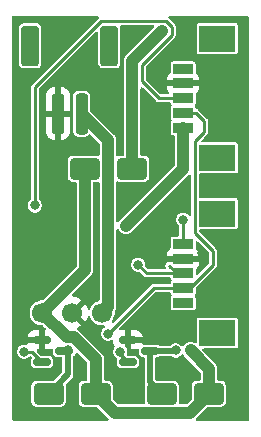
<source format=gbr>
%TF.GenerationSoftware,KiCad,Pcbnew,9.0.1*%
%TF.CreationDate,2025-06-09T01:02:34-04:00*%
%TF.ProjectId,Pneumatactors_1Xiao_PiezoPumps_2Valves,506e6575-6d61-4746-9163-746f72735f31,rev?*%
%TF.SameCoordinates,Original*%
%TF.FileFunction,Copper,L2,Bot*%
%TF.FilePolarity,Positive*%
%FSLAX46Y46*%
G04 Gerber Fmt 4.6, Leading zero omitted, Abs format (unit mm)*
G04 Created by KiCad (PCBNEW 9.0.1) date 2025-06-09 01:02:34*
%MOMM*%
%LPD*%
G01*
G04 APERTURE LIST*
G04 Aperture macros list*
%AMRoundRect*
0 Rectangle with rounded corners*
0 $1 Rounding radius*
0 $2 $3 $4 $5 $6 $7 $8 $9 X,Y pos of 4 corners*
0 Add a 4 corners polygon primitive as box body*
4,1,4,$2,$3,$4,$5,$6,$7,$8,$9,$2,$3,0*
0 Add four circle primitives for the rounded corners*
1,1,$1+$1,$2,$3*
1,1,$1+$1,$4,$5*
1,1,$1+$1,$6,$7*
1,1,$1+$1,$8,$9*
0 Add four rect primitives between the rounded corners*
20,1,$1+$1,$2,$3,$4,$5,0*
20,1,$1+$1,$4,$5,$6,$7,0*
20,1,$1+$1,$6,$7,$8,$9,0*
20,1,$1+$1,$8,$9,$2,$3,0*%
G04 Aperture macros list end*
%TA.AperFunction,SMDPad,CuDef*%
%ADD10RoundRect,0.250000X1.000000X0.650000X-1.000000X0.650000X-1.000000X-0.650000X1.000000X-0.650000X0*%
%TD*%
%TA.AperFunction,SMDPad,CuDef*%
%ADD11RoundRect,0.250000X-0.250000X-1.500000X0.250000X-1.500000X0.250000X1.500000X-0.250000X1.500000X0*%
%TD*%
%TA.AperFunction,SMDPad,CuDef*%
%ADD12RoundRect,0.250001X-0.499999X-1.449999X0.499999X-1.449999X0.499999X1.449999X-0.499999X1.449999X0*%
%TD*%
%TA.AperFunction,SMDPad,CuDef*%
%ADD13R,1.701800X0.812800*%
%TD*%
%TA.AperFunction,SMDPad,CuDef*%
%ADD14R,3.098800X2.209800*%
%TD*%
%TA.AperFunction,SMDPad,CuDef*%
%ADD15RoundRect,0.150000X-0.587500X-0.150000X0.587500X-0.150000X0.587500X0.150000X-0.587500X0.150000X0*%
%TD*%
%TA.AperFunction,ComponentPad*%
%ADD16C,1.700000*%
%TD*%
%TA.AperFunction,ViaPad*%
%ADD17C,0.800000*%
%TD*%
%TA.AperFunction,Conductor*%
%ADD18C,0.250000*%
%TD*%
%TA.AperFunction,Conductor*%
%ADD19C,1.000000*%
%TD*%
%TA.AperFunction,Conductor*%
%ADD20C,0.500000*%
%TD*%
G04 APERTURE END LIST*
D10*
%TO.P,D2,1,K*%
%TO.N,5V*%
X37306000Y-85348501D03*
%TO.P,D2,2,A*%
%TO.N,Net-(D2-A)*%
X33306000Y-85348501D03*
%TD*%
%TO.P,D1,1,K*%
%TO.N,Net-(D1-K)*%
X40386000Y-66294000D03*
%TO.P,D1,2,A*%
%TO.N,5V*%
X36386000Y-66294000D03*
%TD*%
D11*
%TO.P,J3,1,Pin_1*%
%TO.N,GND*%
X34100000Y-61630000D03*
%TO.P,J3,2,Pin_2*%
%TO.N,BATTERY*%
X36100000Y-61630000D03*
D12*
%TO.P,J3,MP*%
%TO.N,N/C*%
X31750000Y-55880000D03*
X38450000Y-55880000D03*
%TD*%
D13*
%TO.P,J1,1,1*%
%TO.N,P1_A*%
X44704000Y-72654000D03*
%TO.P,J1,2,2*%
%TO.N,GND*%
X44704000Y-73904000D03*
%TO.P,J1,3,3*%
%TO.N,SCL*%
X44704000Y-75154000D03*
%TO.P,J1,4,4*%
%TO.N,SDA*%
X44704000Y-76404000D03*
%TO.P,J1,5,5*%
%TO.N,5V*%
X44704000Y-77654000D03*
D14*
%TO.P,J1,6*%
%TO.N,N/C*%
X47603999Y-80204000D03*
%TO.P,J1,7*%
X47603999Y-70104000D03*
%TD*%
D15*
%TO.P,Q1,1,G*%
%TO.N,V1*%
X32766000Y-82672000D03*
%TO.P,Q1,2,S*%
%TO.N,GND*%
X32766000Y-80772000D03*
%TO.P,Q1,3,D*%
%TO.N,Net-(D2-A)*%
X34641000Y-81722000D03*
%TD*%
%TO.P,Q2,1,G*%
%TO.N,V2*%
X40035000Y-82672000D03*
%TO.P,Q2,2,S*%
%TO.N,GND*%
X40035000Y-80772000D03*
%TO.P,Q2,3,D*%
%TO.N,Net-(D3-A)*%
X41910000Y-81722000D03*
%TD*%
D13*
%TO.P,J2,1,1*%
%TO.N,P2_A*%
X44704000Y-57825000D03*
%TO.P,J2,2,2*%
%TO.N,GND*%
X44704000Y-59075000D03*
%TO.P,J2,3,3*%
%TO.N,SCL*%
X44704000Y-60325000D03*
%TO.P,J2,4,4*%
%TO.N,SDA*%
X44704000Y-61575000D03*
%TO.P,J2,5,5*%
%TO.N,5V*%
X44704000Y-62825000D03*
D14*
%TO.P,J2,6*%
%TO.N,N/C*%
X47603999Y-65375000D03*
%TO.P,J2,7*%
X47603999Y-55275000D03*
%TD*%
D10*
%TO.P,D3,1,K*%
%TO.N,5V*%
X46887500Y-85348501D03*
%TO.P,D3,2,A*%
%TO.N,Net-(D3-A)*%
X42887500Y-85348501D03*
%TD*%
D16*
%TO.P,U2,1,VIN*%
%TO.N,BATTERY*%
X37846000Y-78486000D03*
%TO.P,U2,2,GND*%
%TO.N,GND*%
X35306000Y-78486000D03*
%TO.P,U2,3,VOUT*%
%TO.N,5V*%
X32766000Y-78486000D03*
%TD*%
D17*
%TO.N,GND*%
X46329600Y-57658000D03*
X46278800Y-60401200D03*
X46278800Y-73456800D03*
%TO.N,5V*%
X36386000Y-71374000D03*
X39878000Y-71120000D03*
X45329000Y-81682001D03*
X36929100Y-85348501D03*
X44704000Y-77675000D03*
%TO.N,Net-(D3-A)*%
X44079000Y-81682001D03*
%TO.N,P1_A*%
X44704000Y-70612000D03*
%TO.N,GND*%
X36576000Y-58166000D03*
X49530000Y-86868000D03*
X40386000Y-68326000D03*
X30683200Y-87071200D03*
X39878000Y-72644000D03*
X34036000Y-55118000D03*
X42672000Y-61976000D03*
X31496000Y-76454000D03*
X36576000Y-76708000D03*
X48869600Y-74218800D03*
X44450000Y-83820000D03*
%TO.N,P2_A*%
X44704000Y-57825000D03*
%TO.N,V1*%
X31242000Y-81788000D03*
%TO.N,V2*%
X39370000Y-81788000D03*
%TO.N,SDA*%
X44704000Y-76404000D03*
X38354000Y-80264000D03*
%TO.N,SCL*%
X32151500Y-69405500D03*
X40894000Y-74422000D03*
%TO.N,Net-(D1-K)*%
X42926000Y-54610000D03*
%TO.N,Net-(D2-A)*%
X34935000Y-81682001D03*
%TD*%
D18*
%TO.N,SCL*%
X42646600Y-60325000D02*
X41212000Y-58890400D01*
X43752000Y-54952140D02*
X43752000Y-54267860D01*
X44704000Y-60325000D02*
X42646600Y-60325000D01*
X41212000Y-58890400D02*
X41212000Y-57492140D01*
X41212000Y-57492140D02*
X43752000Y-54952140D01*
X43752000Y-54267860D02*
X43268140Y-53784000D01*
X43268140Y-53784000D02*
X37774486Y-53784000D01*
X37774486Y-53784000D02*
X32151500Y-59406986D01*
X32151500Y-59406986D02*
X32151500Y-69405500D01*
%TO.N,SDA*%
X44704000Y-61575000D02*
X45804900Y-61575000D01*
X45804900Y-61575000D02*
X46482000Y-62252100D01*
X47244000Y-73284700D02*
X47244000Y-74422000D01*
X47244000Y-74422000D02*
X45262000Y-76404000D01*
X46482000Y-62252100D02*
X46482000Y-63190699D01*
X46482000Y-63190699D02*
X45728599Y-63944100D01*
X45262000Y-76404000D02*
X44704000Y-76404000D01*
X45728599Y-63944100D02*
X45728599Y-71769299D01*
X45728599Y-71769299D02*
X47244000Y-73284700D01*
D19*
%TO.N,5V*%
X34861001Y-80581001D02*
X35445153Y-80581001D01*
X46887500Y-83240501D02*
X45329000Y-81682001D01*
X46887500Y-85348501D02*
X46887500Y-83240501D01*
X32766000Y-78486000D02*
X36386000Y-74866000D01*
X37306000Y-85348501D02*
X38907000Y-86949501D01*
X35445153Y-80581001D02*
X37306000Y-82441848D01*
X45286500Y-86949501D02*
X46887500Y-85348501D01*
X38907000Y-86949501D02*
X45286500Y-86949501D01*
X37306000Y-82441848D02*
X37306000Y-85348501D01*
X36386000Y-71374000D02*
X36386000Y-66294000D01*
X32766000Y-78486000D02*
X34861001Y-80581001D01*
X36386000Y-74866000D02*
X36386000Y-71374000D01*
X44704000Y-66294000D02*
X39878000Y-71120000D01*
X44704000Y-62825000D02*
X44704000Y-66294000D01*
D20*
%TO.N,Net-(D3-A)*%
X41910000Y-81722000D02*
X41910000Y-84371001D01*
X41910000Y-84371001D02*
X42887500Y-85348501D01*
X41910000Y-81722000D02*
X44039001Y-81722000D01*
X44039001Y-81722000D02*
X44079000Y-81682001D01*
D18*
%TO.N,P1_A*%
X44704000Y-72654000D02*
X44704000Y-70612000D01*
%TO.N,V1*%
X31882000Y-81788000D02*
X32766000Y-82672000D01*
X31242000Y-81788000D02*
X31882000Y-81788000D01*
%TO.N,V2*%
X39370000Y-81788000D02*
X39370000Y-82007000D01*
X39370000Y-82007000D02*
X40035000Y-82672000D01*
%TO.N,SDA*%
X38354000Y-80264000D02*
X42214000Y-76404000D01*
X42214000Y-76404000D02*
X44704000Y-76404000D01*
%TO.N,SCL*%
X44166000Y-75154000D02*
X44704000Y-75154000D01*
X40894000Y-74422000D02*
X41626000Y-75154000D01*
X43527100Y-74515100D02*
X44166000Y-75154000D01*
X41626000Y-75154000D02*
X44704000Y-75154000D01*
X44704000Y-60325000D02*
X44044700Y-60325000D01*
D19*
%TO.N,Net-(D1-K)*%
X40386000Y-66294000D02*
X40386000Y-57150000D01*
X40386000Y-57150000D02*
X42926000Y-54610000D01*
D20*
%TO.N,Net-(D2-A)*%
X34935000Y-81682001D02*
X34935000Y-83719501D01*
X34935000Y-83719501D02*
X33306000Y-85348501D01*
D19*
%TO.N,BATTERY*%
X38337000Y-63867000D02*
X38337000Y-77995000D01*
X36100000Y-61630000D02*
X38337000Y-63867000D01*
X38337000Y-77995000D02*
X37846000Y-78486000D01*
%TD*%
%TA.AperFunction,Conductor*%
%TO.N,GND*%
G36*
X37525336Y-53360185D02*
G01*
X37571091Y-53412989D01*
X37581035Y-53482147D01*
X37552010Y-53545703D01*
X37545978Y-53552181D01*
X31891037Y-59207121D01*
X31891033Y-59207127D01*
X31848181Y-59281347D01*
X31848182Y-59281348D01*
X31826000Y-59364133D01*
X31826000Y-68830669D01*
X31806315Y-68897708D01*
X31787482Y-68918184D01*
X31788531Y-68919233D01*
X31670981Y-69036782D01*
X31670975Y-69036790D01*
X31591926Y-69173709D01*
X31591923Y-69173716D01*
X31551000Y-69326443D01*
X31551000Y-69484556D01*
X31591923Y-69637283D01*
X31591926Y-69637290D01*
X31670975Y-69774209D01*
X31670979Y-69774214D01*
X31670980Y-69774216D01*
X31782784Y-69886020D01*
X31782786Y-69886021D01*
X31782790Y-69886024D01*
X31919709Y-69965073D01*
X31919716Y-69965077D01*
X32072443Y-70006000D01*
X32072445Y-70006000D01*
X32230555Y-70006000D01*
X32230557Y-70006000D01*
X32383284Y-69965077D01*
X32520216Y-69886020D01*
X32632020Y-69774216D01*
X32711077Y-69637284D01*
X32752000Y-69484557D01*
X32752000Y-69326443D01*
X32711077Y-69173716D01*
X32711073Y-69173709D01*
X32632024Y-69036790D01*
X32632018Y-69036782D01*
X32514469Y-68919233D01*
X32516707Y-68916994D01*
X32484298Y-68872580D01*
X32477000Y-68830669D01*
X32477000Y-63179986D01*
X33100001Y-63179986D01*
X33110494Y-63282697D01*
X33165641Y-63449119D01*
X33165643Y-63449124D01*
X33257684Y-63598345D01*
X33381654Y-63722315D01*
X33530875Y-63814356D01*
X33530880Y-63814358D01*
X33697302Y-63869505D01*
X33697309Y-63869506D01*
X33800019Y-63879999D01*
X34350000Y-63879999D01*
X34399972Y-63879999D01*
X34399986Y-63879998D01*
X34502697Y-63869505D01*
X34669119Y-63814358D01*
X34669124Y-63814356D01*
X34818345Y-63722315D01*
X34942315Y-63598345D01*
X35034356Y-63449124D01*
X35034358Y-63449119D01*
X35089505Y-63282697D01*
X35089506Y-63282690D01*
X35099999Y-63179986D01*
X35100000Y-63179973D01*
X35100000Y-61880000D01*
X34350000Y-61880000D01*
X34350000Y-63879999D01*
X33800019Y-63879999D01*
X33849999Y-63879998D01*
X33850000Y-63879998D01*
X33850000Y-61880000D01*
X33100001Y-61880000D01*
X33100001Y-63179986D01*
X32477000Y-63179986D01*
X32477000Y-60080013D01*
X33100000Y-60080013D01*
X33100000Y-61380000D01*
X33850000Y-61380000D01*
X34350000Y-61380000D01*
X35099999Y-61380000D01*
X35099999Y-60080028D01*
X35099998Y-60080013D01*
X35089505Y-59977302D01*
X35034358Y-59810880D01*
X35034356Y-59810875D01*
X34942315Y-59661654D01*
X34818345Y-59537684D01*
X34669124Y-59445643D01*
X34669119Y-59445641D01*
X34502697Y-59390494D01*
X34502690Y-59390493D01*
X34399986Y-59380000D01*
X34350000Y-59380000D01*
X34350000Y-61380000D01*
X33850000Y-61380000D01*
X33850000Y-59380000D01*
X33849999Y-59379999D01*
X33800029Y-59380000D01*
X33800011Y-59380001D01*
X33697302Y-59390494D01*
X33530880Y-59445641D01*
X33530875Y-59445643D01*
X33381654Y-59537684D01*
X33257684Y-59661654D01*
X33165643Y-59810875D01*
X33165641Y-59810880D01*
X33110494Y-59977302D01*
X33110493Y-59977309D01*
X33100000Y-60080013D01*
X32477000Y-60080013D01*
X32477000Y-59593174D01*
X32496685Y-59526135D01*
X32513314Y-59505498D01*
X37287821Y-54730990D01*
X37349142Y-54697507D01*
X37418834Y-54702491D01*
X37474767Y-54744363D01*
X37499184Y-54809827D01*
X37499500Y-54818673D01*
X37499500Y-57384258D01*
X37502354Y-57414698D01*
X37502354Y-57414699D01*
X37547206Y-57542881D01*
X37547207Y-57542882D01*
X37627850Y-57652150D01*
X37737118Y-57732793D01*
X37865302Y-57777646D01*
X37865301Y-57777646D01*
X37869271Y-57778018D01*
X37895735Y-57780500D01*
X39004264Y-57780499D01*
X39034698Y-57777646D01*
X39162882Y-57732793D01*
X39272150Y-57652150D01*
X39352793Y-57542882D01*
X39397646Y-57414698D01*
X39400500Y-57384265D01*
X39400499Y-54375736D01*
X39397646Y-54345302D01*
X39372854Y-54274452D01*
X39369294Y-54204675D01*
X39404023Y-54144048D01*
X39466016Y-54111821D01*
X39489897Y-54109500D01*
X42136482Y-54109500D01*
X42203521Y-54129185D01*
X42249276Y-54181989D01*
X42259220Y-54251147D01*
X42230195Y-54314703D01*
X42224163Y-54321181D01*
X39841888Y-56703453D01*
X39841887Y-56703454D01*
X39765222Y-56818192D01*
X39712421Y-56945667D01*
X39712418Y-56945677D01*
X39685500Y-57081004D01*
X39685500Y-65069500D01*
X39665815Y-65136539D01*
X39613011Y-65182294D01*
X39561500Y-65193500D01*
X39331730Y-65193500D01*
X39301300Y-65196353D01*
X39301298Y-65196354D01*
X39202455Y-65230941D01*
X39132676Y-65234503D01*
X39072049Y-65199775D01*
X39039821Y-65137781D01*
X39037500Y-65113900D01*
X39037500Y-63798004D01*
X39010581Y-63662677D01*
X39010580Y-63662676D01*
X39010580Y-63662672D01*
X38983935Y-63598345D01*
X38957778Y-63535195D01*
X38957776Y-63535191D01*
X38957775Y-63535189D01*
X38902290Y-63452150D01*
X38902288Y-63452147D01*
X38881116Y-63420459D01*
X36836819Y-61376162D01*
X36803334Y-61314839D01*
X36800500Y-61288481D01*
X36800500Y-60075730D01*
X36797646Y-60045300D01*
X36797646Y-60045298D01*
X36752793Y-59917119D01*
X36752792Y-59917117D01*
X36715548Y-59866653D01*
X36672150Y-59807850D01*
X36562882Y-59727207D01*
X36562880Y-59727206D01*
X36434700Y-59682353D01*
X36404270Y-59679500D01*
X36404266Y-59679500D01*
X35795734Y-59679500D01*
X35795730Y-59679500D01*
X35765300Y-59682353D01*
X35765298Y-59682353D01*
X35637119Y-59727206D01*
X35637117Y-59727207D01*
X35527850Y-59807850D01*
X35447207Y-59917117D01*
X35447206Y-59917119D01*
X35402353Y-60045298D01*
X35402353Y-60045300D01*
X35399500Y-60075730D01*
X35399500Y-63184269D01*
X35402353Y-63214699D01*
X35402353Y-63214701D01*
X35437919Y-63316339D01*
X35447207Y-63342882D01*
X35527850Y-63452150D01*
X35637118Y-63532793D01*
X35643983Y-63535195D01*
X35765299Y-63577646D01*
X35795730Y-63580500D01*
X35795734Y-63580500D01*
X36404270Y-63580500D01*
X36434699Y-63577646D01*
X36434701Y-63577646D01*
X36498790Y-63555219D01*
X36562882Y-63532793D01*
X36672150Y-63452150D01*
X36696713Y-63418867D01*
X36752357Y-63376618D01*
X36822013Y-63371158D01*
X36883563Y-63404223D01*
X36884163Y-63404820D01*
X37600181Y-64120838D01*
X37633666Y-64182161D01*
X37636500Y-64208519D01*
X37636500Y-65079608D01*
X37616815Y-65146647D01*
X37564011Y-65192402D01*
X37494853Y-65202346D01*
X37471547Y-65196650D01*
X37470699Y-65196353D01*
X37440270Y-65193500D01*
X37440266Y-65193500D01*
X35331734Y-65193500D01*
X35331730Y-65193500D01*
X35301300Y-65196353D01*
X35301298Y-65196353D01*
X35173119Y-65241206D01*
X35173117Y-65241207D01*
X35063850Y-65321850D01*
X34983207Y-65431117D01*
X34983206Y-65431119D01*
X34938353Y-65559298D01*
X34938353Y-65559300D01*
X34935500Y-65589730D01*
X34935500Y-66998269D01*
X34938353Y-67028699D01*
X34938353Y-67028701D01*
X34983206Y-67156880D01*
X34983207Y-67156882D01*
X35063850Y-67266150D01*
X35173118Y-67346793D01*
X35186173Y-67351361D01*
X35301299Y-67391646D01*
X35331730Y-67394500D01*
X35331734Y-67394500D01*
X35561500Y-67394500D01*
X35628539Y-67414185D01*
X35674294Y-67466989D01*
X35685500Y-67518500D01*
X35685500Y-74524481D01*
X35665815Y-74591520D01*
X35649181Y-74612162D01*
X32862162Y-77399181D01*
X32800839Y-77432666D01*
X32774481Y-77435500D01*
X32662530Y-77435500D01*
X32459587Y-77475868D01*
X32459579Y-77475870D01*
X32268403Y-77555058D01*
X32096342Y-77670024D01*
X31950024Y-77816342D01*
X31835058Y-77988403D01*
X31755870Y-78179579D01*
X31755868Y-78179587D01*
X31715500Y-78382530D01*
X31715500Y-78589469D01*
X31755868Y-78792412D01*
X31755870Y-78792420D01*
X31835058Y-78983596D01*
X31950024Y-79155657D01*
X32096342Y-79301975D01*
X32096345Y-79301977D01*
X32268402Y-79416941D01*
X32459580Y-79496130D01*
X32662530Y-79536499D01*
X32662534Y-79536500D01*
X32662535Y-79536500D01*
X32774481Y-79536500D01*
X32841520Y-79556185D01*
X32862162Y-79572819D01*
X33050990Y-79761647D01*
X33084475Y-79822970D01*
X33079491Y-79892662D01*
X33050991Y-79937009D01*
X33016000Y-79972000D01*
X33016000Y-81572000D01*
X33419134Y-81572000D01*
X33419149Y-81571999D01*
X33455989Y-81569100D01*
X33455992Y-81569099D01*
X33544404Y-81543413D01*
X33614274Y-81543612D01*
X33672944Y-81581554D01*
X33701788Y-81645192D01*
X33703000Y-81662489D01*
X33703000Y-81905260D01*
X33712926Y-81973391D01*
X33764303Y-82078485D01*
X33847014Y-82161196D01*
X33847015Y-82161196D01*
X33847017Y-82161198D01*
X33952107Y-82212573D01*
X33986173Y-82217536D01*
X34020239Y-82222500D01*
X34020240Y-82222500D01*
X34360500Y-82222500D01*
X34427539Y-82242185D01*
X34473294Y-82294989D01*
X34484500Y-82346500D01*
X34484500Y-83481536D01*
X34464815Y-83548575D01*
X34448181Y-83569217D01*
X33805716Y-84211682D01*
X33744393Y-84245167D01*
X33718035Y-84248001D01*
X32251730Y-84248001D01*
X32221300Y-84250854D01*
X32221298Y-84250854D01*
X32093119Y-84295707D01*
X32093117Y-84295708D01*
X31983850Y-84376351D01*
X31903207Y-84485618D01*
X31903206Y-84485620D01*
X31858353Y-84613799D01*
X31858353Y-84613801D01*
X31855500Y-84644231D01*
X31855500Y-86052770D01*
X31858353Y-86083200D01*
X31858353Y-86083202D01*
X31903206Y-86211381D01*
X31903207Y-86211383D01*
X31983850Y-86320651D01*
X32093118Y-86401294D01*
X32135845Y-86416245D01*
X32221299Y-86446147D01*
X32251730Y-86449001D01*
X32251734Y-86449001D01*
X34360270Y-86449001D01*
X34390699Y-86446147D01*
X34390701Y-86446147D01*
X34454790Y-86423720D01*
X34518882Y-86401294D01*
X34628150Y-86320651D01*
X34708793Y-86211383D01*
X34731219Y-86147291D01*
X34753646Y-86083202D01*
X34753646Y-86083200D01*
X34756500Y-86052770D01*
X34756500Y-84644231D01*
X34752942Y-84606289D01*
X34755342Y-84606063D01*
X34759432Y-84548089D01*
X34787973Y-84503630D01*
X35295489Y-83996115D01*
X35354799Y-83893388D01*
X35363403Y-83861276D01*
X35385500Y-83778810D01*
X35385500Y-82260355D01*
X35405185Y-82193316D01*
X35428299Y-82169045D01*
X35427717Y-82168463D01*
X35434981Y-82161198D01*
X35434983Y-82161198D01*
X35517698Y-82078483D01*
X35569073Y-81973393D01*
X35569073Y-81973391D01*
X35569074Y-81973390D01*
X35571916Y-81964193D01*
X35573693Y-81964742D01*
X35597908Y-81911971D01*
X35656754Y-81874302D01*
X35726624Y-81874428D01*
X35779156Y-81905661D01*
X36569181Y-82695686D01*
X36602666Y-82757009D01*
X36605500Y-82783367D01*
X36605500Y-84124001D01*
X36585815Y-84191040D01*
X36533011Y-84236795D01*
X36481500Y-84248001D01*
X36251730Y-84248001D01*
X36221300Y-84250854D01*
X36221298Y-84250854D01*
X36093119Y-84295707D01*
X36093117Y-84295708D01*
X35983850Y-84376351D01*
X35903207Y-84485618D01*
X35903206Y-84485620D01*
X35858353Y-84613799D01*
X35858353Y-84613801D01*
X35855500Y-84644231D01*
X35855500Y-86052770D01*
X35858353Y-86083200D01*
X35858353Y-86083202D01*
X35903206Y-86211381D01*
X35903207Y-86211383D01*
X35983850Y-86320651D01*
X36093118Y-86401294D01*
X36135845Y-86416245D01*
X36221299Y-86446147D01*
X36251730Y-86449001D01*
X36251734Y-86449001D01*
X37364481Y-86449001D01*
X37431520Y-86468686D01*
X37452162Y-86485320D01*
X38384660Y-87417819D01*
X38418145Y-87479142D01*
X38413161Y-87548834D01*
X38371289Y-87604767D01*
X38305825Y-87629184D01*
X38296979Y-87629500D01*
X30350500Y-87629500D01*
X30283461Y-87609815D01*
X30237706Y-87557011D01*
X30226500Y-87505500D01*
X30226500Y-81708943D01*
X30641500Y-81708943D01*
X30641500Y-81867057D01*
X30667528Y-81964193D01*
X30682423Y-82019783D01*
X30682426Y-82019790D01*
X30761475Y-82156709D01*
X30761479Y-82156714D01*
X30761480Y-82156716D01*
X30873284Y-82268520D01*
X30873286Y-82268521D01*
X30873290Y-82268524D01*
X31010209Y-82347573D01*
X31010216Y-82347577D01*
X31162943Y-82388500D01*
X31162945Y-82388500D01*
X31321055Y-82388500D01*
X31321057Y-82388500D01*
X31473784Y-82347577D01*
X31610716Y-82268520D01*
X31668774Y-82210462D01*
X31676719Y-82206123D01*
X31682145Y-82198876D01*
X31706904Y-82189641D01*
X31730097Y-82176977D01*
X31739126Y-82177622D01*
X31747609Y-82174459D01*
X31773429Y-82180075D01*
X31799789Y-82181961D01*
X31808842Y-82187779D01*
X31815882Y-82189311D01*
X31844136Y-82210462D01*
X31846363Y-82212689D01*
X31879848Y-82274012D01*
X31874864Y-82343704D01*
X31870083Y-82354830D01*
X31837926Y-82420608D01*
X31828000Y-82488739D01*
X31828000Y-82855259D01*
X31827999Y-82855259D01*
X31837926Y-82923391D01*
X31889303Y-83028485D01*
X31972014Y-83111196D01*
X31972015Y-83111196D01*
X31972017Y-83111198D01*
X32077107Y-83162573D01*
X32111173Y-83167536D01*
X32145239Y-83172500D01*
X32145240Y-83172500D01*
X33386761Y-83172500D01*
X33409471Y-83169191D01*
X33454893Y-83162573D01*
X33559983Y-83111198D01*
X33642698Y-83028483D01*
X33694073Y-82923393D01*
X33704000Y-82855260D01*
X33704000Y-82488740D01*
X33694073Y-82420607D01*
X33642698Y-82315517D01*
X33642696Y-82315515D01*
X33642696Y-82315514D01*
X33559985Y-82232803D01*
X33454891Y-82181426D01*
X33386761Y-82171500D01*
X33386760Y-82171500D01*
X32777188Y-82171500D01*
X32710149Y-82151815D01*
X32689507Y-82135181D01*
X32338008Y-81783681D01*
X32304523Y-81722358D01*
X32309507Y-81652666D01*
X32351379Y-81596733D01*
X32416843Y-81572316D01*
X32425689Y-81572000D01*
X32516000Y-81572000D01*
X32516000Y-81022000D01*
X31531205Y-81022000D01*
X31531204Y-81022001D01*
X31531399Y-81024488D01*
X31531400Y-81024494D01*
X31539117Y-81051056D01*
X31538916Y-81120925D01*
X31500973Y-81179594D01*
X31437334Y-81208436D01*
X31387947Y-81205423D01*
X31371401Y-81200989D01*
X31321057Y-81187500D01*
X31162943Y-81187500D01*
X31010216Y-81228423D01*
X31010209Y-81228426D01*
X30873290Y-81307475D01*
X30873282Y-81307481D01*
X30761481Y-81419282D01*
X30761475Y-81419290D01*
X30682426Y-81556209D01*
X30682423Y-81556216D01*
X30641500Y-81708943D01*
X30226500Y-81708943D01*
X30226500Y-80521998D01*
X31531204Y-80521998D01*
X31531205Y-80522000D01*
X32516000Y-80522000D01*
X32516000Y-79972000D01*
X32112850Y-79972000D01*
X32076010Y-79974899D01*
X32076004Y-79974900D01*
X31918306Y-80020716D01*
X31918303Y-80020717D01*
X31776947Y-80104314D01*
X31776938Y-80104321D01*
X31660821Y-80220438D01*
X31660814Y-80220447D01*
X31577218Y-80361801D01*
X31531399Y-80519513D01*
X31531204Y-80521998D01*
X30226500Y-80521998D01*
X30226500Y-54375731D01*
X30799500Y-54375731D01*
X30799500Y-57384258D01*
X30802354Y-57414698D01*
X30802354Y-57414699D01*
X30847206Y-57542881D01*
X30847207Y-57542882D01*
X30927850Y-57652150D01*
X31037118Y-57732793D01*
X31165302Y-57777646D01*
X31165301Y-57777646D01*
X31169271Y-57778018D01*
X31195735Y-57780500D01*
X32304264Y-57780499D01*
X32334698Y-57777646D01*
X32462882Y-57732793D01*
X32572150Y-57652150D01*
X32652793Y-57542882D01*
X32697646Y-57414698D01*
X32700500Y-57384265D01*
X32700499Y-54375736D01*
X32697646Y-54345302D01*
X32652793Y-54217118D01*
X32572150Y-54107850D01*
X32462882Y-54027207D01*
X32462881Y-54027206D01*
X32334695Y-53982353D01*
X32334698Y-53982353D01*
X32304268Y-53979500D01*
X31195741Y-53979500D01*
X31165301Y-53982354D01*
X31165300Y-53982354D01*
X31037118Y-54027206D01*
X30927850Y-54107850D01*
X30847206Y-54217118D01*
X30802353Y-54345302D01*
X30799500Y-54375731D01*
X30226500Y-54375731D01*
X30226500Y-53464500D01*
X30246185Y-53397461D01*
X30298989Y-53351706D01*
X30350500Y-53340500D01*
X37458297Y-53340500D01*
X37525336Y-53360185D01*
G37*
%TD.AperFunction*%
%TA.AperFunction,Conductor*%
G36*
X50234539Y-53360185D02*
G01*
X50280294Y-53412989D01*
X50291500Y-53464500D01*
X50291500Y-87505500D01*
X50271815Y-87572539D01*
X50219011Y-87618294D01*
X50167500Y-87629500D01*
X45896521Y-87629500D01*
X45829482Y-87609815D01*
X45783727Y-87557011D01*
X45773783Y-87487853D01*
X45802808Y-87424297D01*
X45808840Y-87417819D01*
X46741338Y-86485320D01*
X46802661Y-86451835D01*
X46829019Y-86449001D01*
X47941770Y-86449001D01*
X47972199Y-86446147D01*
X47972201Y-86446147D01*
X48036290Y-86423720D01*
X48100382Y-86401294D01*
X48209650Y-86320651D01*
X48290293Y-86211383D01*
X48312719Y-86147291D01*
X48335146Y-86083202D01*
X48335146Y-86083200D01*
X48338000Y-86052770D01*
X48338000Y-84644231D01*
X48335146Y-84613801D01*
X48335146Y-84613799D01*
X48290293Y-84485620D01*
X48290292Y-84485618D01*
X48209650Y-84376351D01*
X48100382Y-84295708D01*
X48100380Y-84295707D01*
X47972200Y-84250854D01*
X47941770Y-84248001D01*
X47941766Y-84248001D01*
X47712000Y-84248001D01*
X47644961Y-84228316D01*
X47599206Y-84175512D01*
X47588000Y-84124001D01*
X47588000Y-83171505D01*
X47561081Y-83036178D01*
X47561080Y-83036177D01*
X47561080Y-83036173D01*
X47557895Y-83028483D01*
X47508278Y-82908696D01*
X47508274Y-82908689D01*
X47472574Y-82855260D01*
X47472574Y-82855259D01*
X47431615Y-82793959D01*
X47431609Y-82793952D01*
X46358737Y-81721081D01*
X46325252Y-81659758D01*
X46330236Y-81590066D01*
X46372108Y-81534133D01*
X46437572Y-81509716D01*
X46446418Y-81509400D01*
X49173149Y-81509400D01*
X49173150Y-81509399D01*
X49187967Y-81506452D01*
X49231628Y-81497768D01*
X49231628Y-81497767D01*
X49231630Y-81497767D01*
X49297951Y-81453452D01*
X49342266Y-81387131D01*
X49342266Y-81387129D01*
X49342267Y-81387129D01*
X49353898Y-81328652D01*
X49353899Y-81328650D01*
X49353899Y-79079349D01*
X49353898Y-79079347D01*
X49342267Y-79020870D01*
X49342266Y-79020869D01*
X49297951Y-78954547D01*
X49231629Y-78910232D01*
X49231628Y-78910231D01*
X49173151Y-78898600D01*
X49173147Y-78898600D01*
X46034851Y-78898600D01*
X46034846Y-78898600D01*
X45976369Y-78910231D01*
X45976368Y-78910232D01*
X45910046Y-78954547D01*
X45865731Y-79020869D01*
X45865730Y-79020870D01*
X45854099Y-79079347D01*
X45854099Y-80958389D01*
X45834414Y-81025428D01*
X45781610Y-81071183D01*
X45712452Y-81081127D01*
X45666491Y-81063515D01*
X45666181Y-81064096D01*
X45661562Y-81061627D01*
X45661212Y-81061493D01*
X45660814Y-81061227D01*
X45660809Y-81061224D01*
X45533332Y-81008422D01*
X45533322Y-81008419D01*
X45397996Y-80981501D01*
X45397994Y-80981501D01*
X45260006Y-80981501D01*
X45260004Y-80981501D01*
X45124677Y-81008419D01*
X45124667Y-81008422D01*
X44997192Y-81061223D01*
X44882454Y-81137888D01*
X44784885Y-81235457D01*
X44747387Y-81291579D01*
X44693775Y-81336384D01*
X44624450Y-81345091D01*
X44561423Y-81314937D01*
X44556604Y-81310369D01*
X44447717Y-81201482D01*
X44447709Y-81201476D01*
X44310790Y-81122427D01*
X44310786Y-81122425D01*
X44310784Y-81122424D01*
X44158057Y-81081501D01*
X43999943Y-81081501D01*
X43847216Y-81122424D01*
X43847209Y-81122427D01*
X43710290Y-81201476D01*
X43710282Y-81201482D01*
X43676584Y-81235181D01*
X43615261Y-81268666D01*
X43588903Y-81271500D01*
X42709552Y-81271500D01*
X42655092Y-81258901D01*
X42598891Y-81231426D01*
X42530761Y-81221500D01*
X42530760Y-81221500D01*
X41377516Y-81221500D01*
X41310477Y-81201815D01*
X41264722Y-81149011D01*
X41254778Y-81079853D01*
X41258439Y-81062905D01*
X41269600Y-81024486D01*
X41269795Y-81022001D01*
X41269795Y-81022000D01*
X40285000Y-81022000D01*
X40285000Y-81572000D01*
X40688134Y-81572000D01*
X40688149Y-81571999D01*
X40724989Y-81569100D01*
X40724992Y-81569099D01*
X40813404Y-81543413D01*
X40883274Y-81543612D01*
X40941944Y-81581554D01*
X40970788Y-81645192D01*
X40972000Y-81662489D01*
X40972000Y-81905260D01*
X40981926Y-81973391D01*
X41033303Y-82078485D01*
X41116014Y-82161196D01*
X41116015Y-82161196D01*
X41116017Y-82161198D01*
X41221107Y-82212573D01*
X41255173Y-82217536D01*
X41289239Y-82222500D01*
X41289240Y-82222500D01*
X41335500Y-82222500D01*
X41402539Y-82242185D01*
X41448294Y-82294989D01*
X41459500Y-82346500D01*
X41459500Y-84430314D01*
X41468924Y-84465485D01*
X41467260Y-84535335D01*
X41466191Y-84538528D01*
X41439855Y-84613796D01*
X41439853Y-84613806D01*
X41437000Y-84644231D01*
X41437000Y-86052770D01*
X41439853Y-86083200D01*
X41439853Y-86083201D01*
X41440150Y-86084048D01*
X41440183Y-86084713D01*
X41441464Y-86090574D01*
X41440493Y-86090785D01*
X41443711Y-86153827D01*
X41408981Y-86214454D01*
X41346987Y-86246680D01*
X41323108Y-86249001D01*
X39248519Y-86249001D01*
X39181480Y-86229316D01*
X39160838Y-86212682D01*
X38792819Y-85844663D01*
X38759334Y-85783340D01*
X38756500Y-85756982D01*
X38756500Y-84644231D01*
X38753646Y-84613801D01*
X38753646Y-84613799D01*
X38708793Y-84485620D01*
X38708792Y-84485618D01*
X38628150Y-84376351D01*
X38518882Y-84295708D01*
X38518880Y-84295707D01*
X38390700Y-84250854D01*
X38360270Y-84248001D01*
X38360266Y-84248001D01*
X38130500Y-84248001D01*
X38063461Y-84228316D01*
X38017706Y-84175512D01*
X38006500Y-84124001D01*
X38006500Y-82372853D01*
X37990920Y-82294532D01*
X37985536Y-82267465D01*
X37979580Y-82237520D01*
X37926775Y-82110037D01*
X37850114Y-81995305D01*
X37850112Y-81995302D01*
X35891698Y-80036888D01*
X35780310Y-79962462D01*
X35735504Y-79908849D01*
X35726797Y-79839525D01*
X35756951Y-79776497D01*
X35810885Y-79741427D01*
X35824217Y-79737095D01*
X36013554Y-79640622D01*
X36067716Y-79601270D01*
X36067717Y-79601270D01*
X35435409Y-78968962D01*
X35498993Y-78951925D01*
X35613007Y-78886099D01*
X35706099Y-78793007D01*
X35771925Y-78678993D01*
X35788962Y-78615408D01*
X36421270Y-79247717D01*
X36421270Y-79247716D01*
X36460622Y-79193554D01*
X36557095Y-79004217D01*
X36614343Y-78828026D01*
X36653780Y-78770351D01*
X36718139Y-78743152D01*
X36786985Y-78755066D01*
X36838461Y-78802310D01*
X36846833Y-78818887D01*
X36884669Y-78910231D01*
X36915058Y-78983596D01*
X37030024Y-79155657D01*
X37176342Y-79301975D01*
X37176345Y-79301977D01*
X37348402Y-79416941D01*
X37539580Y-79496130D01*
X37742530Y-79536499D01*
X37742534Y-79536500D01*
X37950292Y-79536500D01*
X38017331Y-79556185D01*
X38063086Y-79608989D01*
X38073030Y-79678147D01*
X38044005Y-79741703D01*
X38012292Y-79767886D01*
X38005210Y-79771975D01*
X37985284Y-79783479D01*
X37873481Y-79895282D01*
X37873475Y-79895290D01*
X37794426Y-80032209D01*
X37794423Y-80032216D01*
X37753500Y-80184943D01*
X37753500Y-80343057D01*
X37758523Y-80361801D01*
X37794423Y-80495783D01*
X37794426Y-80495790D01*
X37873475Y-80632709D01*
X37873479Y-80632714D01*
X37873480Y-80632716D01*
X37985284Y-80744520D01*
X37985286Y-80744521D01*
X37985290Y-80744524D01*
X38122209Y-80823573D01*
X38122216Y-80823577D01*
X38274943Y-80864500D01*
X38274945Y-80864500D01*
X38433055Y-80864500D01*
X38433057Y-80864500D01*
X38585784Y-80823577D01*
X38611500Y-80808730D01*
X38679400Y-80792257D01*
X38745427Y-80815110D01*
X38788618Y-80870031D01*
X38797500Y-80916117D01*
X38797500Y-80987649D01*
X38800399Y-81024489D01*
X38800400Y-81024495D01*
X38846216Y-81182193D01*
X38846217Y-81182196D01*
X38901575Y-81275802D01*
X38918758Y-81343526D01*
X38896598Y-81409789D01*
X38893225Y-81414402D01*
X38889477Y-81419286D01*
X38810426Y-81556209D01*
X38810423Y-81556216D01*
X38769500Y-81708943D01*
X38769500Y-81867057D01*
X38795528Y-81964193D01*
X38810423Y-82019783D01*
X38810426Y-82019790D01*
X38889475Y-82156709D01*
X38889479Y-82156714D01*
X38889480Y-82156716D01*
X39001284Y-82268520D01*
X39046339Y-82294532D01*
X39094555Y-82345099D01*
X39107779Y-82413706D01*
X39107045Y-82419797D01*
X39106927Y-82420607D01*
X39097000Y-82488740D01*
X39097000Y-82488744D01*
X39097000Y-82855259D01*
X39096999Y-82855259D01*
X39106926Y-82923391D01*
X39158303Y-83028485D01*
X39241014Y-83111196D01*
X39241015Y-83111196D01*
X39241017Y-83111198D01*
X39346107Y-83162573D01*
X39380173Y-83167536D01*
X39414239Y-83172500D01*
X39414240Y-83172500D01*
X40655761Y-83172500D01*
X40678471Y-83169191D01*
X40723893Y-83162573D01*
X40828983Y-83111198D01*
X40911698Y-83028483D01*
X40963073Y-82923393D01*
X40973000Y-82855260D01*
X40973000Y-82488740D01*
X40963073Y-82420607D01*
X40911698Y-82315517D01*
X40911696Y-82315515D01*
X40911696Y-82315514D01*
X40828985Y-82232803D01*
X40723891Y-82181426D01*
X40655761Y-82171500D01*
X40655760Y-82171500D01*
X40050524Y-82171500D01*
X39983485Y-82151815D01*
X39937730Y-82099011D01*
X39927786Y-82029853D01*
X39930745Y-82015423D01*
X39970500Y-81867057D01*
X39970500Y-81708943D01*
X39929577Y-81556216D01*
X39919487Y-81538740D01*
X39850524Y-81419290D01*
X39850518Y-81419282D01*
X39821319Y-81390083D01*
X39787834Y-81328760D01*
X39785000Y-81302402D01*
X39785000Y-80522000D01*
X40285000Y-80522000D01*
X41269795Y-80522000D01*
X41269795Y-80521998D01*
X41269600Y-80519513D01*
X41223781Y-80361801D01*
X41140185Y-80220447D01*
X41140178Y-80220438D01*
X41024061Y-80104321D01*
X41024052Y-80104314D01*
X40882696Y-80020717D01*
X40882693Y-80020716D01*
X40724995Y-79974900D01*
X40724989Y-79974899D01*
X40688149Y-79972000D01*
X40285000Y-79972000D01*
X40285000Y-80522000D01*
X39785000Y-80522000D01*
X39785000Y-79972000D01*
X39405688Y-79972000D01*
X39338649Y-79952315D01*
X39292894Y-79899511D01*
X39282950Y-79830353D01*
X39311975Y-79766797D01*
X39318007Y-79760319D01*
X40652170Y-78426157D01*
X42312508Y-76765819D01*
X42373831Y-76732334D01*
X42400189Y-76729500D01*
X43530815Y-76729500D01*
X43597854Y-76749185D01*
X43643609Y-76801989D01*
X43644109Y-76803098D01*
X43652600Y-76822184D01*
X43652600Y-76830148D01*
X43664233Y-76888631D01*
X43708548Y-76954952D01*
X43712984Y-76957916D01*
X43722185Y-76978598D01*
X43725469Y-77003147D01*
X43732871Y-77026786D01*
X43730021Y-77037173D01*
X43731450Y-77047851D01*
X43720939Y-77070280D01*
X43714387Y-77094167D01*
X43711993Y-77097891D01*
X43664232Y-77169369D01*
X43664231Y-77169370D01*
X43652600Y-77227847D01*
X43652600Y-78080152D01*
X43664231Y-78138629D01*
X43664232Y-78138630D01*
X43708547Y-78204952D01*
X43774869Y-78249267D01*
X43774870Y-78249268D01*
X43833347Y-78260899D01*
X43833350Y-78260900D01*
X43833352Y-78260900D01*
X44554130Y-78260900D01*
X44586222Y-78265124D01*
X44624943Y-78275500D01*
X44624945Y-78275500D01*
X44783055Y-78275500D01*
X44783057Y-78275500D01*
X44821777Y-78265124D01*
X44853870Y-78260900D01*
X45574650Y-78260900D01*
X45574651Y-78260899D01*
X45589468Y-78257952D01*
X45633129Y-78249268D01*
X45633129Y-78249267D01*
X45633131Y-78249267D01*
X45699452Y-78204952D01*
X45743767Y-78138631D01*
X45743767Y-78138629D01*
X45743768Y-78138629D01*
X45755399Y-78080152D01*
X45755400Y-78080150D01*
X45755400Y-77227849D01*
X45755399Y-77227847D01*
X45743768Y-77169371D01*
X45721470Y-77136000D01*
X45699452Y-77103048D01*
X45699450Y-77103047D01*
X45696006Y-77097892D01*
X45675128Y-77031215D01*
X45693612Y-76963834D01*
X45696006Y-76960108D01*
X45699450Y-76954952D01*
X45699452Y-76954952D01*
X45743767Y-76888631D01*
X45755400Y-76830148D01*
X45755400Y-76422289D01*
X45775085Y-76355250D01*
X45791719Y-76334608D01*
X46646828Y-75479499D01*
X47504465Y-74621862D01*
X47540912Y-74558733D01*
X47547318Y-74547638D01*
X47569500Y-74464853D01*
X47569500Y-73337555D01*
X47569501Y-73337542D01*
X47569501Y-73241848D01*
X47569501Y-73241847D01*
X47547318Y-73159062D01*
X47535522Y-73138631D01*
X47504465Y-73084838D01*
X47443862Y-73024235D01*
X47443859Y-73024233D01*
X46090418Y-71670791D01*
X46056933Y-71609468D01*
X46054099Y-71583110D01*
X46054099Y-71533400D01*
X46073784Y-71466361D01*
X46126588Y-71420606D01*
X46178099Y-71409400D01*
X49173149Y-71409400D01*
X49173150Y-71409399D01*
X49187967Y-71406452D01*
X49231628Y-71397768D01*
X49231628Y-71397767D01*
X49231630Y-71397767D01*
X49297951Y-71353452D01*
X49342266Y-71287131D01*
X49342266Y-71287129D01*
X49342267Y-71287129D01*
X49353898Y-71228652D01*
X49353899Y-71228650D01*
X49353899Y-68979349D01*
X49353898Y-68979347D01*
X49342267Y-68920870D01*
X49342266Y-68920869D01*
X49297951Y-68854547D01*
X49231629Y-68810232D01*
X49231628Y-68810231D01*
X49173151Y-68798600D01*
X49173147Y-68798600D01*
X46178099Y-68798600D01*
X46111060Y-68778915D01*
X46065305Y-68726111D01*
X46054099Y-68674600D01*
X46054099Y-66804400D01*
X46073784Y-66737361D01*
X46126588Y-66691606D01*
X46178099Y-66680400D01*
X49173149Y-66680400D01*
X49173150Y-66680399D01*
X49187967Y-66677452D01*
X49231628Y-66668768D01*
X49231628Y-66668767D01*
X49231630Y-66668767D01*
X49297951Y-66624452D01*
X49342266Y-66558131D01*
X49342266Y-66558129D01*
X49342267Y-66558129D01*
X49353898Y-66499652D01*
X49353899Y-66499650D01*
X49353899Y-64250349D01*
X49353898Y-64250347D01*
X49342267Y-64191870D01*
X49342266Y-64191869D01*
X49297951Y-64125547D01*
X49231629Y-64081232D01*
X49231628Y-64081231D01*
X49173151Y-64069600D01*
X49173147Y-64069600D01*
X46362788Y-64069600D01*
X46295749Y-64049915D01*
X46249994Y-63997111D01*
X46240050Y-63927953D01*
X46269075Y-63864397D01*
X46275107Y-63857919D01*
X46470359Y-63662667D01*
X46742465Y-63390561D01*
X46785318Y-63316338D01*
X46807500Y-63233552D01*
X46807500Y-63147846D01*
X46807500Y-62209247D01*
X46807500Y-62209245D01*
X46807499Y-62209244D01*
X46806154Y-62204224D01*
X46806151Y-62204214D01*
X46785319Y-62126464D01*
X46785318Y-62126462D01*
X46785318Y-62126461D01*
X46742465Y-62052238D01*
X46004762Y-61314535D01*
X45930539Y-61271682D01*
X45864577Y-61254007D01*
X45845828Y-61248984D01*
X45786168Y-61212619D01*
X45764414Y-61179128D01*
X45755400Y-61158631D01*
X45755400Y-61148852D01*
X45743767Y-61090369D01*
X45699452Y-61024048D01*
X45694863Y-61020981D01*
X45685600Y-60999919D01*
X45682453Y-60975609D01*
X45675128Y-60952215D01*
X45678047Y-60941572D01*
X45676631Y-60930628D01*
X45687126Y-60908476D01*
X45693612Y-60884834D01*
X45696006Y-60881108D01*
X45699450Y-60875952D01*
X45699452Y-60875952D01*
X45743767Y-60809631D01*
X45755400Y-60751148D01*
X45755400Y-60017956D01*
X45775085Y-59950917D01*
X45805089Y-59918690D01*
X45912087Y-59838590D01*
X45912090Y-59838587D01*
X45998250Y-59723493D01*
X45998254Y-59723486D01*
X46048496Y-59588779D01*
X46048498Y-59588772D01*
X46054899Y-59529244D01*
X46054900Y-59529227D01*
X46054900Y-59325000D01*
X43353100Y-59325000D01*
X43353100Y-59529244D01*
X43359501Y-59588772D01*
X43359503Y-59588779D01*
X43409745Y-59723486D01*
X43409747Y-59723489D01*
X43467913Y-59801188D01*
X43492331Y-59866653D01*
X43477480Y-59934926D01*
X43428075Y-59984332D01*
X43368647Y-59999500D01*
X42832788Y-59999500D01*
X42765749Y-59979815D01*
X42745107Y-59963181D01*
X41573819Y-58791892D01*
X41559115Y-58764964D01*
X41542523Y-58739146D01*
X41541631Y-58732945D01*
X41540334Y-58730569D01*
X41537500Y-58704211D01*
X41537500Y-58620755D01*
X43353100Y-58620755D01*
X43353100Y-58825000D01*
X46054900Y-58825000D01*
X46054900Y-58620772D01*
X46054899Y-58620755D01*
X46048498Y-58561227D01*
X46048496Y-58561220D01*
X45998254Y-58426513D01*
X45998250Y-58426506D01*
X45912090Y-58311412D01*
X45805088Y-58231309D01*
X45763218Y-58175375D01*
X45755400Y-58132043D01*
X45755400Y-57398849D01*
X45755399Y-57398847D01*
X45743768Y-57340370D01*
X45743767Y-57340369D01*
X45699452Y-57274047D01*
X45633130Y-57229732D01*
X45633129Y-57229731D01*
X45574652Y-57218100D01*
X45574648Y-57218100D01*
X43833352Y-57218100D01*
X43833347Y-57218100D01*
X43774870Y-57229731D01*
X43774869Y-57229732D01*
X43708547Y-57274047D01*
X43664232Y-57340369D01*
X43664231Y-57340370D01*
X43652600Y-57398847D01*
X43652600Y-58132043D01*
X43632915Y-58199082D01*
X43602912Y-58231309D01*
X43495909Y-58311412D01*
X43409749Y-58426506D01*
X43409745Y-58426513D01*
X43359503Y-58561220D01*
X43359501Y-58561227D01*
X43353100Y-58620755D01*
X41537500Y-58620755D01*
X41537500Y-57678329D01*
X41557185Y-57611290D01*
X41573819Y-57590648D01*
X42764819Y-56399648D01*
X44012465Y-55152002D01*
X44055317Y-55077779D01*
X44055318Y-55077778D01*
X44077500Y-54994993D01*
X44077500Y-54225007D01*
X44057495Y-54150347D01*
X45854099Y-54150347D01*
X45854099Y-56399652D01*
X45865730Y-56458129D01*
X45865731Y-56458130D01*
X45910046Y-56524452D01*
X45976368Y-56568767D01*
X45976369Y-56568768D01*
X46034846Y-56580399D01*
X46034849Y-56580400D01*
X46034851Y-56580400D01*
X49173149Y-56580400D01*
X49173150Y-56580399D01*
X49187967Y-56577452D01*
X49231628Y-56568768D01*
X49231628Y-56568767D01*
X49231630Y-56568767D01*
X49297951Y-56524452D01*
X49342266Y-56458131D01*
X49342266Y-56458129D01*
X49342267Y-56458129D01*
X49353898Y-56399652D01*
X49353899Y-56399650D01*
X49353899Y-54150349D01*
X49353898Y-54150347D01*
X49342267Y-54091870D01*
X49342266Y-54091869D01*
X49297951Y-54025547D01*
X49231629Y-53981232D01*
X49231628Y-53981231D01*
X49173151Y-53969600D01*
X49173147Y-53969600D01*
X46034851Y-53969600D01*
X46034846Y-53969600D01*
X45976369Y-53981231D01*
X45976368Y-53981232D01*
X45910046Y-54025547D01*
X45865731Y-54091869D01*
X45865730Y-54091870D01*
X45854099Y-54150347D01*
X44057495Y-54150347D01*
X44055318Y-54142222D01*
X44036426Y-54109500D01*
X44012469Y-54068004D01*
X44012463Y-54067996D01*
X43496648Y-53552181D01*
X43463163Y-53490858D01*
X43468147Y-53421166D01*
X43510019Y-53365233D01*
X43575483Y-53340816D01*
X43584329Y-53340500D01*
X50167500Y-53340500D01*
X50234539Y-53360185D01*
G37*
%TD.AperFunction*%
%TA.AperFunction,Conductor*%
G36*
X44687618Y-82025131D02*
G01*
X44743552Y-82067002D01*
X44747376Y-82072407D01*
X44748843Y-82074601D01*
X44784887Y-82128546D01*
X44784888Y-82128547D01*
X46150681Y-83494339D01*
X46184166Y-83555662D01*
X46187000Y-83582020D01*
X46187000Y-84124001D01*
X46167315Y-84191040D01*
X46114511Y-84236795D01*
X46063000Y-84248001D01*
X45833230Y-84248001D01*
X45802800Y-84250854D01*
X45802798Y-84250854D01*
X45674619Y-84295707D01*
X45674617Y-84295708D01*
X45565350Y-84376351D01*
X45484707Y-84485618D01*
X45484706Y-84485620D01*
X45439853Y-84613799D01*
X45439853Y-84613801D01*
X45437000Y-84644231D01*
X45437000Y-85756982D01*
X45417315Y-85824021D01*
X45400681Y-85844663D01*
X45032662Y-86212682D01*
X44971339Y-86246167D01*
X44944981Y-86249001D01*
X44451892Y-86249001D01*
X44384853Y-86229316D01*
X44339098Y-86176512D01*
X44329154Y-86107354D01*
X44334850Y-86084048D01*
X44335146Y-86083201D01*
X44335146Y-86083200D01*
X44338000Y-86052770D01*
X44338000Y-84644231D01*
X44335146Y-84613801D01*
X44335146Y-84613799D01*
X44290293Y-84485620D01*
X44290292Y-84485618D01*
X44209650Y-84376351D01*
X44100382Y-84295708D01*
X44100380Y-84295707D01*
X43972200Y-84250854D01*
X43941770Y-84248001D01*
X43941766Y-84248001D01*
X42484500Y-84248001D01*
X42417461Y-84228316D01*
X42371706Y-84175512D01*
X42360500Y-84124001D01*
X42360500Y-82346500D01*
X42380185Y-82279461D01*
X42432989Y-82233706D01*
X42457607Y-82225451D01*
X42470890Y-82222500D01*
X42530760Y-82222500D01*
X42598893Y-82212573D01*
X42668303Y-82178640D01*
X42682659Y-82175451D01*
X42693618Y-82176186D01*
X42709552Y-82172500D01*
X43694344Y-82172500D01*
X43756341Y-82189112D01*
X43847216Y-82241578D01*
X43999943Y-82282501D01*
X43999945Y-82282501D01*
X44158055Y-82282501D01*
X44158057Y-82282501D01*
X44310784Y-82241578D01*
X44447716Y-82162521D01*
X44556607Y-82053629D01*
X44617926Y-82020147D01*
X44687618Y-82025131D01*
G37*
%TD.AperFunction*%
%TA.AperFunction,Conductor*%
G36*
X45322433Y-66768739D02*
G01*
X45378366Y-66810611D01*
X45402783Y-66876075D01*
X45403099Y-66884921D01*
X45403099Y-70162849D01*
X45383414Y-70229888D01*
X45330610Y-70275643D01*
X45261452Y-70285587D01*
X45197896Y-70256562D01*
X45190540Y-70248757D01*
X45190267Y-70249031D01*
X45072717Y-70131481D01*
X45072709Y-70131475D01*
X44935790Y-70052426D01*
X44935786Y-70052424D01*
X44935784Y-70052423D01*
X44783057Y-70011500D01*
X44624943Y-70011500D01*
X44472216Y-70052423D01*
X44472209Y-70052426D01*
X44335290Y-70131475D01*
X44335282Y-70131481D01*
X44223481Y-70243282D01*
X44223475Y-70243290D01*
X44144426Y-70380209D01*
X44144423Y-70380216D01*
X44103500Y-70532943D01*
X44103500Y-70691057D01*
X44140907Y-70830660D01*
X44144423Y-70843783D01*
X44144426Y-70843790D01*
X44223475Y-70980709D01*
X44223481Y-70980717D01*
X44341031Y-71098267D01*
X44338785Y-71100512D01*
X44371179Y-71144855D01*
X44378500Y-71186830D01*
X44378500Y-71923100D01*
X44358815Y-71990139D01*
X44306011Y-72035894D01*
X44254500Y-72047100D01*
X43833347Y-72047100D01*
X43774870Y-72058731D01*
X43774869Y-72058732D01*
X43708547Y-72103047D01*
X43664232Y-72169369D01*
X43664231Y-72169370D01*
X43652600Y-72227847D01*
X43652600Y-72961043D01*
X43632915Y-73028082D01*
X43602912Y-73060309D01*
X43495909Y-73140412D01*
X43409749Y-73255506D01*
X43409745Y-73255513D01*
X43359503Y-73390220D01*
X43359501Y-73390227D01*
X43353100Y-73449755D01*
X43353100Y-73654000D01*
X46054900Y-73654000D01*
X46054900Y-73449772D01*
X46054899Y-73449755D01*
X46048498Y-73390227D01*
X46048496Y-73390220D01*
X45998254Y-73255513D01*
X45998250Y-73255506D01*
X45912090Y-73140412D01*
X45805088Y-73060309D01*
X45763218Y-73004375D01*
X45755400Y-72961043D01*
X45755400Y-72555788D01*
X45775085Y-72488749D01*
X45827889Y-72442994D01*
X45897047Y-72433050D01*
X45960603Y-72462075D01*
X45967081Y-72468107D01*
X46882181Y-73383207D01*
X46915666Y-73444530D01*
X46918500Y-73470888D01*
X46918500Y-74235811D01*
X46898815Y-74302850D01*
X46882181Y-74323492D01*
X45967081Y-75238592D01*
X45905758Y-75272077D01*
X45836066Y-75267093D01*
X45780133Y-75225221D01*
X45755716Y-75159757D01*
X45755400Y-75150911D01*
X45755400Y-74846956D01*
X45775085Y-74779917D01*
X45805089Y-74747690D01*
X45912087Y-74667590D01*
X45912090Y-74667587D01*
X45998250Y-74552493D01*
X45998254Y-74552486D01*
X46048496Y-74417779D01*
X46048498Y-74417772D01*
X46054899Y-74358244D01*
X46054900Y-74358227D01*
X46054900Y-74154000D01*
X43353100Y-74154000D01*
X43353100Y-74177410D01*
X43333415Y-74244449D01*
X43316782Y-74265090D01*
X43266638Y-74315234D01*
X43266635Y-74315238D01*
X43223782Y-74389459D01*
X43201600Y-74472247D01*
X43201600Y-74557952D01*
X43223782Y-74640741D01*
X43224799Y-74642501D01*
X43225205Y-74644175D01*
X43226894Y-74648253D01*
X43226258Y-74648516D01*
X43241270Y-74710401D01*
X43218418Y-74776428D01*
X43163496Y-74819618D01*
X43117411Y-74828500D01*
X41812189Y-74828500D01*
X41745150Y-74808815D01*
X41724508Y-74792181D01*
X41530629Y-74598302D01*
X41497144Y-74536979D01*
X41495994Y-74509185D01*
X41494500Y-74509185D01*
X41494500Y-74342945D01*
X41494500Y-74342943D01*
X41453577Y-74190216D01*
X41432668Y-74154000D01*
X41374524Y-74053290D01*
X41374518Y-74053282D01*
X41262717Y-73941481D01*
X41262709Y-73941475D01*
X41125790Y-73862426D01*
X41125786Y-73862424D01*
X41125784Y-73862423D01*
X40973057Y-73821500D01*
X40814943Y-73821500D01*
X40662216Y-73862423D01*
X40662209Y-73862426D01*
X40525290Y-73941475D01*
X40525282Y-73941481D01*
X40413481Y-74053282D01*
X40413475Y-74053290D01*
X40334426Y-74190209D01*
X40334423Y-74190216D01*
X40293500Y-74342943D01*
X40293500Y-74501057D01*
X40333012Y-74648516D01*
X40334423Y-74653783D01*
X40334426Y-74653790D01*
X40413475Y-74790709D01*
X40413479Y-74790714D01*
X40413480Y-74790716D01*
X40525284Y-74902520D01*
X40525286Y-74902521D01*
X40525290Y-74902524D01*
X40662209Y-74981573D01*
X40662216Y-74981577D01*
X40814943Y-75022500D01*
X40814945Y-75022500D01*
X40981185Y-75022500D01*
X40981185Y-75025683D01*
X41035398Y-75034102D01*
X41070302Y-75058629D01*
X41365534Y-75353861D01*
X41365535Y-75353862D01*
X41426138Y-75414465D01*
X41426140Y-75414466D01*
X41426144Y-75414469D01*
X41500355Y-75457314D01*
X41500362Y-75457318D01*
X41583147Y-75479500D01*
X43530815Y-75479500D01*
X43597854Y-75499185D01*
X43643609Y-75551989D01*
X43644109Y-75553098D01*
X43652600Y-75572184D01*
X43652600Y-75580148D01*
X43664233Y-75638631D01*
X43708548Y-75704952D01*
X43712984Y-75707916D01*
X43722185Y-75728598D01*
X43725469Y-75753147D01*
X43732871Y-75776786D01*
X43730021Y-75787173D01*
X43731450Y-75797851D01*
X43720939Y-75820280D01*
X43714387Y-75844167D01*
X43711993Y-75847891D01*
X43664232Y-75919369D01*
X43664232Y-75919370D01*
X43652432Y-75978692D01*
X43620047Y-76040603D01*
X43559331Y-76075177D01*
X43530815Y-76078500D01*
X42171147Y-76078500D01*
X42088362Y-76100682D01*
X42088355Y-76100685D01*
X42014144Y-76143530D01*
X42014136Y-76143536D01*
X38867490Y-79290181D01*
X38806167Y-79323666D01*
X38736475Y-79318682D01*
X38680542Y-79276810D01*
X38656125Y-79211346D01*
X38670977Y-79143073D01*
X38676701Y-79133617D01*
X38776941Y-78983598D01*
X38856130Y-78792420D01*
X38896500Y-78589465D01*
X38896500Y-78456130D01*
X38916185Y-78389091D01*
X38917372Y-78387277D01*
X38957775Y-78326811D01*
X39010580Y-78199328D01*
X39022654Y-78138629D01*
X39037500Y-78063996D01*
X39037500Y-71531742D01*
X39057185Y-71464703D01*
X39109989Y-71418948D01*
X39179147Y-71409004D01*
X39242703Y-71438029D01*
X39264600Y-71462848D01*
X39310633Y-71531742D01*
X39333887Y-71566545D01*
X39431454Y-71664112D01*
X39546192Y-71740777D01*
X39673667Y-71793578D01*
X39673672Y-71793580D01*
X39673676Y-71793580D01*
X39673677Y-71793581D01*
X39809003Y-71820500D01*
X39809006Y-71820500D01*
X39946996Y-71820500D01*
X40038040Y-71802389D01*
X40082328Y-71793580D01*
X40146069Y-71767177D01*
X40209807Y-71740777D01*
X40209808Y-71740776D01*
X40209811Y-71740775D01*
X40324543Y-71664114D01*
X42662214Y-69326443D01*
X45191418Y-66797240D01*
X45252741Y-66763755D01*
X45322433Y-66768739D01*
G37*
%TD.AperFunction*%
%TA.AperFunction,Conductor*%
G36*
X37601943Y-67422508D02*
G01*
X37634176Y-67484498D01*
X37636500Y-67508391D01*
X37636500Y-77354827D01*
X37616815Y-77421866D01*
X37564011Y-77467621D01*
X37545281Y-77473670D01*
X37545412Y-77474101D01*
X37539579Y-77475870D01*
X37348403Y-77555058D01*
X37176342Y-77670024D01*
X37030024Y-77816342D01*
X36915057Y-77988403D01*
X36846835Y-78153108D01*
X36802994Y-78207511D01*
X36736700Y-78229576D01*
X36669000Y-78212297D01*
X36621390Y-78161159D01*
X36614343Y-78143973D01*
X36557095Y-77967782D01*
X36460624Y-77778449D01*
X36421270Y-77724282D01*
X36421269Y-77724282D01*
X35788962Y-78356590D01*
X35771925Y-78293007D01*
X35706099Y-78178993D01*
X35613007Y-78085901D01*
X35498993Y-78020075D01*
X35435407Y-78003036D01*
X36067716Y-77370728D01*
X36013550Y-77331375D01*
X35824217Y-77234904D01*
X35622129Y-77169242D01*
X35412246Y-77136000D01*
X35406018Y-77136000D01*
X35338979Y-77116315D01*
X35293224Y-77063511D01*
X35283280Y-76994353D01*
X35312305Y-76930797D01*
X35318323Y-76924333D01*
X36930114Y-75312543D01*
X37006775Y-75197811D01*
X37022538Y-75159757D01*
X37059578Y-75070332D01*
X37059580Y-75070328D01*
X37086500Y-74934994D01*
X37086500Y-74797006D01*
X37086500Y-71305007D01*
X37086500Y-67518500D01*
X37106185Y-67451461D01*
X37158989Y-67405706D01*
X37210500Y-67394500D01*
X37440270Y-67394500D01*
X37453791Y-67393231D01*
X37470699Y-67391646D01*
X37471536Y-67391352D01*
X37472198Y-67391319D01*
X37478073Y-67390036D01*
X37478285Y-67391007D01*
X37541312Y-67387785D01*
X37601943Y-67422508D01*
G37*
%TD.AperFunction*%
%TA.AperFunction,Conductor*%
G36*
X41291703Y-59430875D02*
G01*
X41298181Y-59436907D01*
X42381794Y-60520520D01*
X42381804Y-60520531D01*
X42386134Y-60524861D01*
X42386135Y-60524862D01*
X42446738Y-60585465D01*
X42483850Y-60606891D01*
X42483852Y-60606893D01*
X42520958Y-60628317D01*
X42520960Y-60628317D01*
X42520961Y-60628318D01*
X42603747Y-60650501D01*
X42603749Y-60650501D01*
X42697049Y-60650501D01*
X42697065Y-60650500D01*
X43530815Y-60650500D01*
X43597854Y-60670185D01*
X43643609Y-60722989D01*
X43644109Y-60724098D01*
X43652600Y-60743184D01*
X43652600Y-60751148D01*
X43664233Y-60809631D01*
X43708548Y-60875952D01*
X43712984Y-60878916D01*
X43722185Y-60899598D01*
X43725469Y-60924147D01*
X43732871Y-60947786D01*
X43730021Y-60958173D01*
X43731450Y-60968851D01*
X43720939Y-60991280D01*
X43714387Y-61015167D01*
X43711993Y-61018891D01*
X43664232Y-61090369D01*
X43664231Y-61090370D01*
X43652600Y-61148847D01*
X43652600Y-62001152D01*
X43664231Y-62059629D01*
X43664232Y-62059630D01*
X43711993Y-62131109D01*
X43732871Y-62197786D01*
X43714387Y-62265167D01*
X43711993Y-62268891D01*
X43664232Y-62340369D01*
X43664231Y-62340370D01*
X43652600Y-62398847D01*
X43652600Y-63251152D01*
X43664231Y-63309629D01*
X43664232Y-63309630D01*
X43708547Y-63375952D01*
X43774869Y-63420267D01*
X43774870Y-63420268D01*
X43833347Y-63431899D01*
X43833350Y-63431900D01*
X43833352Y-63431900D01*
X43879500Y-63431900D01*
X43946539Y-63451585D01*
X43992294Y-63504389D01*
X44003500Y-63555900D01*
X44003500Y-65952480D01*
X43983815Y-66019519D01*
X43967181Y-66040161D01*
X39333888Y-70673453D01*
X39333882Y-70673461D01*
X39264602Y-70777147D01*
X39210990Y-70821953D01*
X39141665Y-70830660D01*
X39078638Y-70800506D01*
X39041918Y-70741063D01*
X39037500Y-70708257D01*
X39037500Y-67474099D01*
X39057185Y-67407060D01*
X39109989Y-67361305D01*
X39179147Y-67351361D01*
X39202448Y-67357056D01*
X39301301Y-67391646D01*
X39301300Y-67391646D01*
X39331730Y-67394500D01*
X39331734Y-67394500D01*
X41440270Y-67394500D01*
X41470699Y-67391646D01*
X41470701Y-67391646D01*
X41534790Y-67369219D01*
X41598882Y-67346793D01*
X41708150Y-67266150D01*
X41788793Y-67156882D01*
X41811219Y-67092790D01*
X41833646Y-67028701D01*
X41833646Y-67028699D01*
X41836500Y-66998269D01*
X41836500Y-65589730D01*
X41833646Y-65559300D01*
X41833646Y-65559298D01*
X41788793Y-65431119D01*
X41788792Y-65431117D01*
X41708150Y-65321850D01*
X41598882Y-65241207D01*
X41598880Y-65241206D01*
X41470700Y-65196353D01*
X41440270Y-65193500D01*
X41440266Y-65193500D01*
X41210500Y-65193500D01*
X41143461Y-65173815D01*
X41097706Y-65121011D01*
X41086500Y-65069500D01*
X41086500Y-59524588D01*
X41106185Y-59457549D01*
X41158989Y-59411794D01*
X41228147Y-59401850D01*
X41291703Y-59430875D01*
G37*
%TD.AperFunction*%
%TD*%
M02*

</source>
